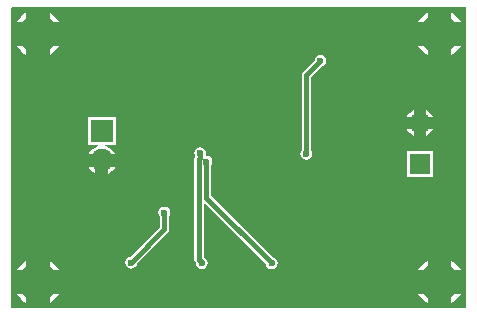
<source format=gbl>
G04*
G04 #@! TF.GenerationSoftware,Altium Limited,Altium Designer,19.1.6 (110)*
G04*
G04 Layer_Physical_Order=2*
G04 Layer_Color=16711680*
%FSLAX43Y43*%
%MOMM*%
G71*
G01*
G75*
%ADD29R,1.900X1.900*%
%ADD30C,1.900*%
%ADD44C,0.381*%
%ADD45C,3.300*%
%ADD46R,1.800X1.800*%
%ADD47C,1.800*%
%ADD48C,0.600*%
G36*
X38745Y25729D02*
Y329D01*
X38655Y239D01*
X255Y255D01*
Y25655D01*
X345Y25745D01*
X38745Y25729D01*
D02*
G37*
%LPC*%
G36*
X37500Y25290D02*
Y24500D01*
X38290D01*
X38213Y24644D01*
X37957Y24957D01*
X37644Y25213D01*
X37500Y25290D01*
D02*
G37*
G36*
X35500D02*
X35356Y25213D01*
X35043Y24957D01*
X34787Y24644D01*
X34710Y24500D01*
X35500D01*
Y25290D01*
D02*
G37*
G36*
X3500D02*
Y24500D01*
X4290D01*
X4213Y24644D01*
X3957Y24957D01*
X3644Y25213D01*
X3500Y25290D01*
D02*
G37*
G36*
X1500D02*
X1356Y25213D01*
X1043Y24957D01*
X787Y24644D01*
X710Y24500D01*
X1500D01*
Y25290D01*
D02*
G37*
G36*
X4290Y22500D02*
X3500D01*
Y21710D01*
X3644Y21787D01*
X3957Y22043D01*
X4213Y22356D01*
X4290Y22500D01*
D02*
G37*
G36*
X1500D02*
X710D01*
X787Y22356D01*
X1043Y22043D01*
X1356Y21787D01*
X1500Y21710D01*
Y22500D01*
D02*
G37*
G36*
X38290D02*
X37500D01*
Y21710D01*
X37644Y21787D01*
X37957Y22043D01*
X38213Y22356D01*
X38290Y22500D01*
D02*
G37*
G36*
X35500D02*
X34710D01*
X34787Y22356D01*
X35043Y22043D01*
X35356Y21787D01*
X35500Y21710D01*
Y22500D01*
D02*
G37*
G36*
X35323Y17063D02*
Y16471D01*
X35915D01*
X35872Y16577D01*
X35679Y16827D01*
X35429Y17020D01*
X35323Y17063D01*
D02*
G37*
G36*
X34323D02*
X34218Y17020D01*
X33968Y16827D01*
X33775Y16577D01*
X33732Y16471D01*
X34323D01*
Y17063D01*
D02*
G37*
G36*
X35915Y15471D02*
X35323D01*
Y14880D01*
X35429Y14923D01*
X35679Y15116D01*
X35872Y15366D01*
X35915Y15471D01*
D02*
G37*
G36*
X34323D02*
X33732D01*
X33775Y15366D01*
X33968Y15116D01*
X34218Y14923D01*
X34323Y14880D01*
Y15471D01*
D02*
G37*
G36*
X9075Y16421D02*
X6775D01*
Y14121D01*
X7630D01*
X7638Y13994D01*
X7599Y13989D01*
X7295Y13863D01*
X7034Y13662D01*
X6833Y13401D01*
X6800Y13321D01*
X7925D01*
X9050D01*
X9017Y13401D01*
X8817Y13662D01*
X8556Y13863D01*
X8252Y13989D01*
X8212Y13994D01*
X8221Y14121D01*
X9075D01*
Y16421D01*
D02*
G37*
G36*
X26422Y21713D02*
X26227Y21674D01*
X26061Y21564D01*
X25951Y21398D01*
X25925Y21270D01*
X24947Y20292D01*
X24861Y20163D01*
X24830Y20010D01*
Y13633D01*
X24758Y13524D01*
X24719Y13329D01*
X24758Y13133D01*
X24868Y12968D01*
X25034Y12858D01*
X25229Y12819D01*
X25424Y12858D01*
X25589Y12968D01*
X25700Y13133D01*
X25738Y13329D01*
X25700Y13524D01*
X25627Y13633D01*
Y19846D01*
X26488Y20707D01*
X26617Y20732D01*
X26782Y20843D01*
X26893Y21008D01*
X26931Y21203D01*
X26893Y21398D01*
X26782Y21564D01*
X26617Y21674D01*
X26422Y21713D01*
D02*
G37*
G36*
X7375Y12221D02*
X6800D01*
X6833Y12140D01*
X7034Y11879D01*
X7295Y11679D01*
X7375Y11646D01*
Y12221D01*
D02*
G37*
G36*
X9050D02*
X8475D01*
Y11646D01*
X8556Y11679D01*
X8817Y11879D01*
X9017Y12140D01*
X9050Y12221D01*
D02*
G37*
G36*
X35923Y13571D02*
X33723D01*
Y11371D01*
X35923D01*
Y13571D01*
D02*
G37*
G36*
X13208Y8866D02*
X13013Y8828D01*
X12848Y8717D01*
X12737Y8552D01*
X12698Y8357D01*
X12737Y8162D01*
X12810Y8052D01*
Y7099D01*
X10322Y4611D01*
X10194Y4586D01*
X10028Y4475D01*
X9918Y4310D01*
X9879Y4115D01*
X9918Y3920D01*
X10028Y3754D01*
X10194Y3644D01*
X10389Y3605D01*
X10584Y3644D01*
X10749Y3754D01*
X10860Y3920D01*
X10885Y4048D01*
X13490Y6653D01*
X13576Y6782D01*
X13606Y6934D01*
Y8052D01*
X13679Y8162D01*
X13718Y8357D01*
X13679Y8552D01*
X13568Y8717D01*
X13403Y8828D01*
X13208Y8866D01*
D02*
G37*
G36*
X16231Y13896D02*
X16036Y13857D01*
X15870Y13746D01*
X15760Y13581D01*
X15721Y13386D01*
X15760Y13191D01*
X15791Y13144D01*
Y13097D01*
X15781Y13082D01*
X15750Y12930D01*
Y4383D01*
X15781Y4231D01*
X15867Y4102D01*
X15874Y4094D01*
X15873Y4089D01*
X15912Y3894D01*
X16023Y3729D01*
X16188Y3618D01*
X16383Y3580D01*
X16578Y3618D01*
X16743Y3729D01*
X16854Y3894D01*
X16893Y4089D01*
X16854Y4284D01*
X16743Y4450D01*
X16578Y4560D01*
X16547Y4567D01*
Y9090D01*
X16664Y9138D01*
X21805Y3997D01*
X21830Y3869D01*
X21941Y3704D01*
X22106Y3593D01*
X22301Y3554D01*
X22496Y3593D01*
X22662Y3704D01*
X22772Y3869D01*
X22811Y4064D01*
X22772Y4259D01*
X22662Y4424D01*
X22496Y4535D01*
X22368Y4561D01*
X17162Y9766D01*
Y12370D01*
X17235Y12480D01*
X17274Y12675D01*
X17235Y12870D01*
X17124Y13035D01*
X16959Y13146D01*
X16764Y13184D01*
X16725Y13306D01*
X16740Y13386D01*
X16702Y13581D01*
X16591Y13746D01*
X16426Y13857D01*
X16231Y13896D01*
D02*
G37*
G36*
X37500Y4290D02*
Y3500D01*
X38290D01*
X38213Y3644D01*
X37957Y3957D01*
X37644Y4213D01*
X37500Y4290D01*
D02*
G37*
G36*
X35500D02*
X35356Y4213D01*
X35043Y3957D01*
X34787Y3644D01*
X34710Y3500D01*
X35500D01*
Y4290D01*
D02*
G37*
G36*
X3500D02*
Y3500D01*
X4290D01*
X4213Y3644D01*
X3957Y3957D01*
X3644Y4213D01*
X3500Y4290D01*
D02*
G37*
G36*
X1500D02*
X1356Y4213D01*
X1043Y3957D01*
X787Y3644D01*
X710Y3500D01*
X1500D01*
Y4290D01*
D02*
G37*
G36*
X38290Y1500D02*
X37500D01*
Y710D01*
X37644Y787D01*
X37957Y1043D01*
X38213Y1356D01*
X38290Y1500D01*
D02*
G37*
G36*
X35500D02*
X34710D01*
X34787Y1356D01*
X35043Y1043D01*
X35356Y787D01*
X35500Y710D01*
Y1500D01*
D02*
G37*
G36*
X4290D02*
X3500D01*
Y710D01*
X3644Y787D01*
X3957Y1043D01*
X4213Y1356D01*
X4290Y1500D01*
D02*
G37*
G36*
X1500D02*
X710D01*
X787Y1356D01*
X1043Y1043D01*
X1356Y787D01*
X1500Y710D01*
Y1500D01*
D02*
G37*
%LPD*%
D29*
X7925Y15271D02*
D03*
D30*
Y12771D02*
D03*
D44*
X16764Y9601D02*
X22301Y4064D01*
X16764Y9601D02*
Y12675D01*
X16383Y4089D02*
Y4149D01*
X16149Y4383D02*
X16383Y4149D01*
X16149Y4383D02*
Y12930D01*
X16189Y12970D01*
Y13344D01*
X16231Y13386D01*
X25229Y13329D02*
Y20010D01*
X26422Y21203D01*
X16148Y13386D02*
X16231D01*
X13208Y6934D02*
Y8357D01*
X10389Y4115D02*
X13208Y6934D01*
D45*
X36500Y2500D02*
D03*
X2500D02*
D03*
X36500Y23500D02*
D03*
X2500D02*
D03*
D46*
X34823Y12471D02*
D03*
D47*
Y15971D02*
D03*
D48*
X35981Y8663D02*
D03*
Y6163D02*
D03*
X33481Y23663D02*
D03*
Y18663D02*
D03*
Y16163D02*
D03*
Y8663D02*
D03*
Y3663D02*
D03*
Y1163D02*
D03*
X30981Y23663D02*
D03*
Y18663D02*
D03*
Y16163D02*
D03*
Y11163D02*
D03*
Y8663D02*
D03*
Y6163D02*
D03*
Y3663D02*
D03*
Y1163D02*
D03*
X28481Y23663D02*
D03*
Y18663D02*
D03*
Y16163D02*
D03*
Y8663D02*
D03*
Y6163D02*
D03*
Y3663D02*
D03*
Y1163D02*
D03*
X25981Y23663D02*
D03*
Y11163D02*
D03*
Y8663D02*
D03*
Y3663D02*
D03*
Y1163D02*
D03*
X23481Y23663D02*
D03*
Y6163D02*
D03*
Y3663D02*
D03*
Y1163D02*
D03*
X20981Y23663D02*
D03*
Y21163D02*
D03*
Y18663D02*
D03*
Y8663D02*
D03*
Y1163D02*
D03*
X18481Y23663D02*
D03*
Y3663D02*
D03*
Y1163D02*
D03*
X15981Y23663D02*
D03*
Y1163D02*
D03*
X13481Y23663D02*
D03*
Y21163D02*
D03*
Y18663D02*
D03*
Y16163D02*
D03*
Y3663D02*
D03*
Y1163D02*
D03*
X10981Y23663D02*
D03*
Y21163D02*
D03*
Y18663D02*
D03*
Y8663D02*
D03*
Y1163D02*
D03*
X8481Y23663D02*
D03*
Y21163D02*
D03*
Y18663D02*
D03*
Y11163D02*
D03*
Y8663D02*
D03*
Y1163D02*
D03*
X5981Y23663D02*
D03*
Y21163D02*
D03*
Y18663D02*
D03*
Y3663D02*
D03*
Y1163D02*
D03*
X3481Y21163D02*
D03*
Y18663D02*
D03*
X981Y21163D02*
D03*
Y18663D02*
D03*
Y16163D02*
D03*
Y13663D02*
D03*
Y11163D02*
D03*
Y8663D02*
D03*
Y6163D02*
D03*
X30181Y11563D02*
D03*
Y10863D02*
D03*
Y10163D02*
D03*
X29481D02*
D03*
X28781D02*
D03*
X28081D02*
D03*
X27381D02*
D03*
X26681Y11563D02*
D03*
Y10863D02*
D03*
Y10163D02*
D03*
X14481Y10863D02*
D03*
X13681D02*
D03*
Y10063D02*
D03*
X12881Y10863D02*
D03*
Y10063D02*
D03*
X12081Y10863D02*
D03*
Y10063D02*
D03*
X11281Y11663D02*
D03*
Y10863D02*
D03*
Y10063D02*
D03*
X19281Y10863D02*
D03*
Y11663D02*
D03*
X16764Y12675D02*
D03*
X21856Y12764D02*
D03*
X20956D02*
D03*
X20056D02*
D03*
Y14564D02*
D03*
X21856D02*
D03*
X20956D02*
D03*
X20056Y13664D02*
D03*
X20956D02*
D03*
X21856D02*
D03*
X22481Y11663D02*
D03*
Y16463D02*
D03*
Y15663D02*
D03*
Y10863D02*
D03*
X21681Y16463D02*
D03*
Y15663D02*
D03*
Y11663D02*
D03*
Y10863D02*
D03*
X20881Y16463D02*
D03*
Y15663D02*
D03*
Y11663D02*
D03*
Y10863D02*
D03*
X20081Y16463D02*
D03*
Y15663D02*
D03*
Y11663D02*
D03*
Y10863D02*
D03*
X19281Y16463D02*
D03*
Y15663D02*
D03*
X16231Y13386D02*
D03*
X26422Y21203D02*
D03*
X25229Y13329D02*
D03*
X13208Y8357D02*
D03*
X10389Y4115D02*
D03*
X22301Y4064D02*
D03*
X16383Y4089D02*
D03*
M02*

</source>
